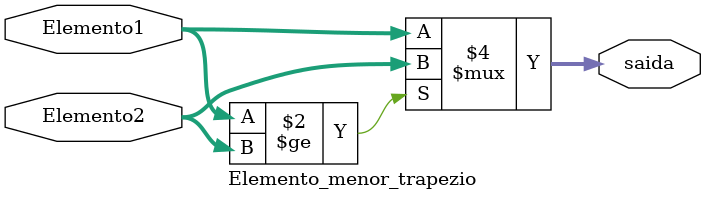
<source format=v>
module Elemento_menor_trapezio(Elemento1, Elemento2, saida);
input [31:0] Elemento1, Elemento2;
output reg [31:0] saida;
 
always @ (Elemento1, Elemento2)
if (Elemento1>=Elemento2)
saida <=Elemento2;
else saida <=Elemento1;
endmodule

</source>
